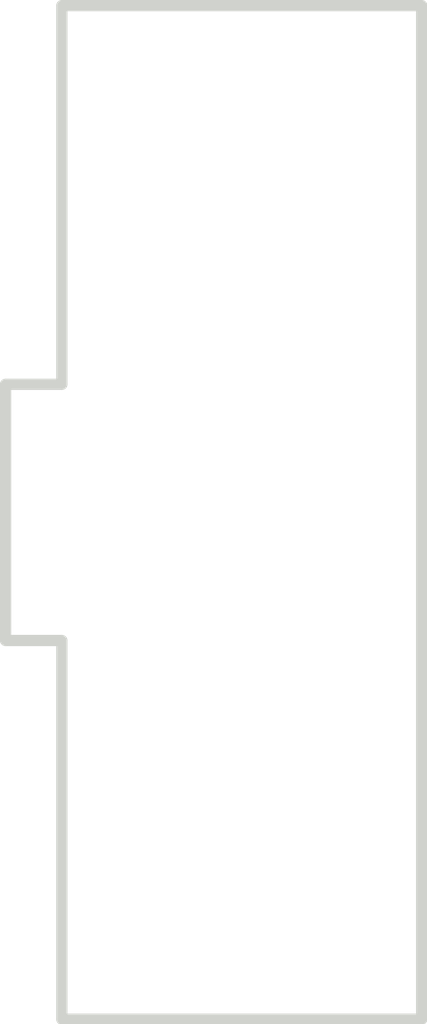
<source format=kicad_pcb>
(kicad_pcb (version 4) (host pcbnew 4.0.2-stable)

  (general
    (links 0)
    (no_connects 0)
    (area 58.046428 31.675 413.160714 182.600001)
    (thickness 1.6)
    (drawings 16)
    (tracks 0)
    (zones 0)
    (modules 0)
    (nets 1)
  )

  (page B)
  (layers
    (0 F.Cu signal)
    (31 B.Cu signal)
    (32 B.Adhes user)
    (33 F.Adhes user)
    (34 B.Paste user)
    (35 F.Paste user)
    (36 B.SilkS user)
    (37 F.SilkS user)
    (38 B.Mask user)
    (39 F.Mask user)
    (40 Dwgs.User user)
    (41 Cmts.User user)
    (42 Eco1.User user hide)
    (43 Eco2.User user)
    (44 Edge.Cuts user)
    (45 Margin user)
    (46 B.CrtYd user)
    (47 F.CrtYd user)
    (48 B.Fab user)
    (49 F.Fab user)
  )

  (setup
    (last_trace_width 0.25)
    (user_trace_width 0.25)
    (user_trace_width 0.35)
    (user_trace_width 0.5)
    (user_trace_width 0.8)
    (user_trace_width 1)
    (user_trace_width 1.5)
    (user_trace_width 0.25)
    (user_trace_width 0.35)
    (user_trace_width 0.5)
    (user_trace_width 0.8)
    (user_trace_width 1)
    (user_trace_width 1.5)
    (user_trace_width 0.25)
    (user_trace_width 0.35)
    (user_trace_width 0.5)
    (user_trace_width 0.8)
    (user_trace_width 1)
    (user_trace_width 1.5)
    (user_trace_width 0.25)
    (user_trace_width 0.35)
    (user_trace_width 0.5)
    (user_trace_width 0.8)
    (user_trace_width 1)
    (user_trace_width 1.5)
    (user_trace_width 0.25)
    (user_trace_width 0.35)
    (user_trace_width 0.5)
    (user_trace_width 0.8)
    (user_trace_width 1)
    (user_trace_width 1.5)
    (user_trace_width 0.25)
    (user_trace_width 0.35)
    (user_trace_width 0.5)
    (user_trace_width 0.8)
    (user_trace_width 1)
    (user_trace_width 1.5)
    (user_trace_width 0.25)
    (user_trace_width 0.35)
    (user_trace_width 0.5)
    (user_trace_width 0.8)
    (user_trace_width 1)
    (user_trace_width 1.5)
    (trace_clearance 0.2)
    (zone_clearance 0.254)
    (zone_45_only yes)
    (trace_min 0.2)
    (segment_width 0.2)
    (edge_width 0.2)
    (via_size 0.8)
    (via_drill 0.4)
    (via_min_size 0.4)
    (via_min_drill 0.3)
    (uvia_size 0.3)
    (uvia_drill 0.1)
    (uvias_allowed no)
    (uvia_min_size 0.2)
    (uvia_min_drill 0.1)
    (pcb_text_width 0.3)
    (pcb_text_size 1.5 1.5)
    (mod_edge_width 0.15)
    (mod_text_size 1 1)
    (mod_text_width 0.15)
    (pad_size 5.5 5.5)
    (pad_drill 5.5)
    (pad_to_mask_clearance 0)
    (aux_axis_origin 0 0)
    (grid_origin 176.4 61.15)
    (visible_elements 7FFEA67F)
    (pcbplotparams
      (layerselection 0x010f0_80000000)
      (usegerberextensions true)
      (excludeedgelayer true)
      (linewidth 0.100000)
      (plotframeref false)
      (viasonmask false)
      (mode 1)
      (useauxorigin false)
      (hpglpennumber 1)
      (hpglpenspeed 20)
      (hpglpendiameter 15)
      (hpglpenoverlay 2)
      (psnegative false)
      (psa4output false)
      (plotreference false)
      (plotvalue false)
      (plotinvisibletext false)
      (padsonsilk false)
      (subtractmaskfromsilk true)
      (outputformat 1)
      (mirror false)
      (drillshape 0)
      (scaleselection 1)
      (outputdirectory Gerbers/Back_panel/))
  )

  (net 0 "")

  (net_class Default "This is the default net class."
    (clearance 0.2)
    (trace_width 0.25)
    (via_dia 0.8)
    (via_drill 0.4)
    (uvia_dia 0.3)
    (uvia_drill 0.1)
  )

  (net_class POWER ""
    (clearance 0.25)
    (trace_width 0.35)
    (via_dia 0.9)
    (via_drill 0.45)
    (uvia_dia 0.3)
    (uvia_drill 0.1)
  )

  (gr_line (start 30.075 97.925) (end 30.075 104.65) (angle 90) (layer Edge.Cuts) (width 0.2) (tstamp 5B95554D))
  (gr_line (start 29.075 97.925) (end 30.075 97.925) (layer Edge.Cuts) (width 0.2))
  (gr_line (start 29.075 93.375) (end 29.075 97.925) (layer Edge.Cuts) (width 0.2))
  (gr_line (start 30.075 93.375) (end 29.075 93.375) (layer Edge.Cuts) (width 0.2))
  (gr_line (start 30.075 104.65) (end 36.475 104.65) (angle 90) (layer Edge.Cuts) (width 0.2) (tstamp 5B9554F0))
  (gr_line (start 36.475 86.65) (end 36.475 104.65) (angle 90) (layer Edge.Cuts) (width 0.2) (tstamp 5B9554ED))
  (gr_line (start 30.075 86.65) (end 30.075 93.375) (angle 90) (layer Edge.Cuts) (width 0.2) (tstamp 5B9554EC))
  (gr_line (start 30.075 86.65) (end 36.475 86.65) (angle 90) (layer Edge.Cuts) (width 0.2) (tstamp 5B9554E5))
  (gr_line (start 75.5 174.5) (end 82.5 174.5) (angle 90) (layer Eco1.User) (width 0.2))
  (gr_line (start 270.5 174.5) (end 277.5 174.5) (angle 90) (layer Eco1.User) (width 0.2))
  (gr_line (start 280 180) (end 284 180) (angle 90) (layer Eco1.User) (width 0.2))
  (gr_line (start 282 178) (end 282 182) (angle 90) (layer Eco1.User) (width 0.2))
  (gr_line (start 174.5 180.5) (end 178.5 180.5) (angle 90) (layer Eco1.User) (width 0.2))
  (gr_line (start 176.5 178.5) (end 176.5 182.5) (angle 90) (layer Eco1.User) (width 0.2))
  (gr_line (start 69 180) (end 73 180) (angle 90) (layer Eco1.User) (width 0.2))
  (gr_line (start 71 178) (end 71 182) (angle 90) (layer Eco1.User) (width 0.2))

)

</source>
